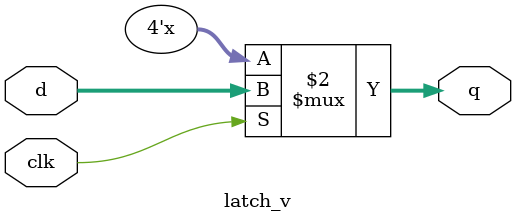
<source format=v>
module latch_v 
(
input clk,
input [3:0] d,
output reg [3:0] q
);

always @ (clk, d)
if (clk) q <= d;
endmodule
</source>
